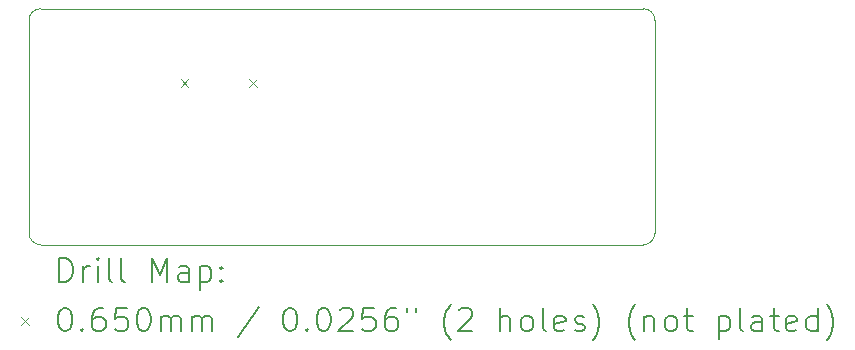
<source format=gbr>
%TF.GenerationSoftware,KiCad,Pcbnew,9.0.3*%
%TF.CreationDate,2025-08-21T23:57:35+02:00*%
%TF.ProjectId,20250807_updi,32303235-3038-4303-975f-757064692e6b,rev?*%
%TF.SameCoordinates,Original*%
%TF.FileFunction,Drillmap*%
%TF.FilePolarity,Positive*%
%FSLAX45Y45*%
G04 Gerber Fmt 4.5, Leading zero omitted, Abs format (unit mm)*
G04 Created by KiCad (PCBNEW 9.0.3) date 2025-08-21 23:57:35*
%MOMM*%
%LPD*%
G01*
G04 APERTURE LIST*
%ADD10C,0.050000*%
%ADD11C,0.200000*%
%ADD12C,0.100000*%
G04 APERTURE END LIST*
D10*
X19125000Y-10000000D02*
G75*
G02*
X19025000Y-9900000I0J100000D01*
G01*
X19025000Y-8100000D02*
X19025000Y-9900000D01*
X19025000Y-8100000D02*
G75*
G02*
X19125000Y-8000000I100000J0D01*
G01*
X24325000Y-8100000D02*
X24325000Y-9900000D01*
X24325000Y-9900000D02*
G75*
G02*
X24225000Y-10000000I-100000J0D01*
G01*
X19125000Y-10000000D02*
X24225000Y-10000000D01*
X19125000Y-8000000D02*
X24225000Y-8000000D01*
X24225000Y-8000000D02*
G75*
G02*
X24325000Y-8100000I0J-100000D01*
G01*
D11*
D12*
X20310500Y-8597500D02*
X20375500Y-8662500D01*
X20375500Y-8597500D02*
X20310500Y-8662500D01*
X20888500Y-8597500D02*
X20953500Y-8662500D01*
X20953500Y-8597500D02*
X20888500Y-8662500D01*
D11*
X19283277Y-10313984D02*
X19283277Y-10113984D01*
X19283277Y-10113984D02*
X19330896Y-10113984D01*
X19330896Y-10113984D02*
X19359467Y-10123508D01*
X19359467Y-10123508D02*
X19378515Y-10142555D01*
X19378515Y-10142555D02*
X19388039Y-10161603D01*
X19388039Y-10161603D02*
X19397563Y-10199698D01*
X19397563Y-10199698D02*
X19397563Y-10228270D01*
X19397563Y-10228270D02*
X19388039Y-10266365D01*
X19388039Y-10266365D02*
X19378515Y-10285412D01*
X19378515Y-10285412D02*
X19359467Y-10304460D01*
X19359467Y-10304460D02*
X19330896Y-10313984D01*
X19330896Y-10313984D02*
X19283277Y-10313984D01*
X19483277Y-10313984D02*
X19483277Y-10180650D01*
X19483277Y-10218746D02*
X19492801Y-10199698D01*
X19492801Y-10199698D02*
X19502324Y-10190174D01*
X19502324Y-10190174D02*
X19521372Y-10180650D01*
X19521372Y-10180650D02*
X19540420Y-10180650D01*
X19607086Y-10313984D02*
X19607086Y-10180650D01*
X19607086Y-10113984D02*
X19597563Y-10123508D01*
X19597563Y-10123508D02*
X19607086Y-10133031D01*
X19607086Y-10133031D02*
X19616610Y-10123508D01*
X19616610Y-10123508D02*
X19607086Y-10113984D01*
X19607086Y-10113984D02*
X19607086Y-10133031D01*
X19730896Y-10313984D02*
X19711848Y-10304460D01*
X19711848Y-10304460D02*
X19702324Y-10285412D01*
X19702324Y-10285412D02*
X19702324Y-10113984D01*
X19835658Y-10313984D02*
X19816610Y-10304460D01*
X19816610Y-10304460D02*
X19807086Y-10285412D01*
X19807086Y-10285412D02*
X19807086Y-10113984D01*
X20064229Y-10313984D02*
X20064229Y-10113984D01*
X20064229Y-10113984D02*
X20130896Y-10256841D01*
X20130896Y-10256841D02*
X20197563Y-10113984D01*
X20197563Y-10113984D02*
X20197563Y-10313984D01*
X20378515Y-10313984D02*
X20378515Y-10209222D01*
X20378515Y-10209222D02*
X20368991Y-10190174D01*
X20368991Y-10190174D02*
X20349944Y-10180650D01*
X20349944Y-10180650D02*
X20311848Y-10180650D01*
X20311848Y-10180650D02*
X20292801Y-10190174D01*
X20378515Y-10304460D02*
X20359467Y-10313984D01*
X20359467Y-10313984D02*
X20311848Y-10313984D01*
X20311848Y-10313984D02*
X20292801Y-10304460D01*
X20292801Y-10304460D02*
X20283277Y-10285412D01*
X20283277Y-10285412D02*
X20283277Y-10266365D01*
X20283277Y-10266365D02*
X20292801Y-10247317D01*
X20292801Y-10247317D02*
X20311848Y-10237793D01*
X20311848Y-10237793D02*
X20359467Y-10237793D01*
X20359467Y-10237793D02*
X20378515Y-10228270D01*
X20473753Y-10180650D02*
X20473753Y-10380650D01*
X20473753Y-10190174D02*
X20492801Y-10180650D01*
X20492801Y-10180650D02*
X20530896Y-10180650D01*
X20530896Y-10180650D02*
X20549944Y-10190174D01*
X20549944Y-10190174D02*
X20559467Y-10199698D01*
X20559467Y-10199698D02*
X20568991Y-10218746D01*
X20568991Y-10218746D02*
X20568991Y-10275889D01*
X20568991Y-10275889D02*
X20559467Y-10294936D01*
X20559467Y-10294936D02*
X20549944Y-10304460D01*
X20549944Y-10304460D02*
X20530896Y-10313984D01*
X20530896Y-10313984D02*
X20492801Y-10313984D01*
X20492801Y-10313984D02*
X20473753Y-10304460D01*
X20654705Y-10294936D02*
X20664229Y-10304460D01*
X20664229Y-10304460D02*
X20654705Y-10313984D01*
X20654705Y-10313984D02*
X20645182Y-10304460D01*
X20645182Y-10304460D02*
X20654705Y-10294936D01*
X20654705Y-10294936D02*
X20654705Y-10313984D01*
X20654705Y-10190174D02*
X20664229Y-10199698D01*
X20664229Y-10199698D02*
X20654705Y-10209222D01*
X20654705Y-10209222D02*
X20645182Y-10199698D01*
X20645182Y-10199698D02*
X20654705Y-10190174D01*
X20654705Y-10190174D02*
X20654705Y-10209222D01*
D12*
X18957500Y-10610000D02*
X19022500Y-10675000D01*
X19022500Y-10610000D02*
X18957500Y-10675000D01*
D11*
X19321372Y-10533984D02*
X19340420Y-10533984D01*
X19340420Y-10533984D02*
X19359467Y-10543508D01*
X19359467Y-10543508D02*
X19368991Y-10553031D01*
X19368991Y-10553031D02*
X19378515Y-10572079D01*
X19378515Y-10572079D02*
X19388039Y-10610174D01*
X19388039Y-10610174D02*
X19388039Y-10657793D01*
X19388039Y-10657793D02*
X19378515Y-10695889D01*
X19378515Y-10695889D02*
X19368991Y-10714936D01*
X19368991Y-10714936D02*
X19359467Y-10724460D01*
X19359467Y-10724460D02*
X19340420Y-10733984D01*
X19340420Y-10733984D02*
X19321372Y-10733984D01*
X19321372Y-10733984D02*
X19302324Y-10724460D01*
X19302324Y-10724460D02*
X19292801Y-10714936D01*
X19292801Y-10714936D02*
X19283277Y-10695889D01*
X19283277Y-10695889D02*
X19273753Y-10657793D01*
X19273753Y-10657793D02*
X19273753Y-10610174D01*
X19273753Y-10610174D02*
X19283277Y-10572079D01*
X19283277Y-10572079D02*
X19292801Y-10553031D01*
X19292801Y-10553031D02*
X19302324Y-10543508D01*
X19302324Y-10543508D02*
X19321372Y-10533984D01*
X19473753Y-10714936D02*
X19483277Y-10724460D01*
X19483277Y-10724460D02*
X19473753Y-10733984D01*
X19473753Y-10733984D02*
X19464229Y-10724460D01*
X19464229Y-10724460D02*
X19473753Y-10714936D01*
X19473753Y-10714936D02*
X19473753Y-10733984D01*
X19654705Y-10533984D02*
X19616610Y-10533984D01*
X19616610Y-10533984D02*
X19597563Y-10543508D01*
X19597563Y-10543508D02*
X19588039Y-10553031D01*
X19588039Y-10553031D02*
X19568991Y-10581603D01*
X19568991Y-10581603D02*
X19559467Y-10619698D01*
X19559467Y-10619698D02*
X19559467Y-10695889D01*
X19559467Y-10695889D02*
X19568991Y-10714936D01*
X19568991Y-10714936D02*
X19578515Y-10724460D01*
X19578515Y-10724460D02*
X19597563Y-10733984D01*
X19597563Y-10733984D02*
X19635658Y-10733984D01*
X19635658Y-10733984D02*
X19654705Y-10724460D01*
X19654705Y-10724460D02*
X19664229Y-10714936D01*
X19664229Y-10714936D02*
X19673753Y-10695889D01*
X19673753Y-10695889D02*
X19673753Y-10648270D01*
X19673753Y-10648270D02*
X19664229Y-10629222D01*
X19664229Y-10629222D02*
X19654705Y-10619698D01*
X19654705Y-10619698D02*
X19635658Y-10610174D01*
X19635658Y-10610174D02*
X19597563Y-10610174D01*
X19597563Y-10610174D02*
X19578515Y-10619698D01*
X19578515Y-10619698D02*
X19568991Y-10629222D01*
X19568991Y-10629222D02*
X19559467Y-10648270D01*
X19854705Y-10533984D02*
X19759467Y-10533984D01*
X19759467Y-10533984D02*
X19749944Y-10629222D01*
X19749944Y-10629222D02*
X19759467Y-10619698D01*
X19759467Y-10619698D02*
X19778515Y-10610174D01*
X19778515Y-10610174D02*
X19826134Y-10610174D01*
X19826134Y-10610174D02*
X19845182Y-10619698D01*
X19845182Y-10619698D02*
X19854705Y-10629222D01*
X19854705Y-10629222D02*
X19864229Y-10648270D01*
X19864229Y-10648270D02*
X19864229Y-10695889D01*
X19864229Y-10695889D02*
X19854705Y-10714936D01*
X19854705Y-10714936D02*
X19845182Y-10724460D01*
X19845182Y-10724460D02*
X19826134Y-10733984D01*
X19826134Y-10733984D02*
X19778515Y-10733984D01*
X19778515Y-10733984D02*
X19759467Y-10724460D01*
X19759467Y-10724460D02*
X19749944Y-10714936D01*
X19988039Y-10533984D02*
X20007086Y-10533984D01*
X20007086Y-10533984D02*
X20026134Y-10543508D01*
X20026134Y-10543508D02*
X20035658Y-10553031D01*
X20035658Y-10553031D02*
X20045182Y-10572079D01*
X20045182Y-10572079D02*
X20054705Y-10610174D01*
X20054705Y-10610174D02*
X20054705Y-10657793D01*
X20054705Y-10657793D02*
X20045182Y-10695889D01*
X20045182Y-10695889D02*
X20035658Y-10714936D01*
X20035658Y-10714936D02*
X20026134Y-10724460D01*
X20026134Y-10724460D02*
X20007086Y-10733984D01*
X20007086Y-10733984D02*
X19988039Y-10733984D01*
X19988039Y-10733984D02*
X19968991Y-10724460D01*
X19968991Y-10724460D02*
X19959467Y-10714936D01*
X19959467Y-10714936D02*
X19949944Y-10695889D01*
X19949944Y-10695889D02*
X19940420Y-10657793D01*
X19940420Y-10657793D02*
X19940420Y-10610174D01*
X19940420Y-10610174D02*
X19949944Y-10572079D01*
X19949944Y-10572079D02*
X19959467Y-10553031D01*
X19959467Y-10553031D02*
X19968991Y-10543508D01*
X19968991Y-10543508D02*
X19988039Y-10533984D01*
X20140420Y-10733984D02*
X20140420Y-10600650D01*
X20140420Y-10619698D02*
X20149944Y-10610174D01*
X20149944Y-10610174D02*
X20168991Y-10600650D01*
X20168991Y-10600650D02*
X20197563Y-10600650D01*
X20197563Y-10600650D02*
X20216610Y-10610174D01*
X20216610Y-10610174D02*
X20226134Y-10629222D01*
X20226134Y-10629222D02*
X20226134Y-10733984D01*
X20226134Y-10629222D02*
X20235658Y-10610174D01*
X20235658Y-10610174D02*
X20254705Y-10600650D01*
X20254705Y-10600650D02*
X20283277Y-10600650D01*
X20283277Y-10600650D02*
X20302325Y-10610174D01*
X20302325Y-10610174D02*
X20311848Y-10629222D01*
X20311848Y-10629222D02*
X20311848Y-10733984D01*
X20407086Y-10733984D02*
X20407086Y-10600650D01*
X20407086Y-10619698D02*
X20416610Y-10610174D01*
X20416610Y-10610174D02*
X20435658Y-10600650D01*
X20435658Y-10600650D02*
X20464229Y-10600650D01*
X20464229Y-10600650D02*
X20483277Y-10610174D01*
X20483277Y-10610174D02*
X20492801Y-10629222D01*
X20492801Y-10629222D02*
X20492801Y-10733984D01*
X20492801Y-10629222D02*
X20502325Y-10610174D01*
X20502325Y-10610174D02*
X20521372Y-10600650D01*
X20521372Y-10600650D02*
X20549944Y-10600650D01*
X20549944Y-10600650D02*
X20568991Y-10610174D01*
X20568991Y-10610174D02*
X20578515Y-10629222D01*
X20578515Y-10629222D02*
X20578515Y-10733984D01*
X20968991Y-10524460D02*
X20797563Y-10781603D01*
X21226134Y-10533984D02*
X21245182Y-10533984D01*
X21245182Y-10533984D02*
X21264229Y-10543508D01*
X21264229Y-10543508D02*
X21273753Y-10553031D01*
X21273753Y-10553031D02*
X21283277Y-10572079D01*
X21283277Y-10572079D02*
X21292801Y-10610174D01*
X21292801Y-10610174D02*
X21292801Y-10657793D01*
X21292801Y-10657793D02*
X21283277Y-10695889D01*
X21283277Y-10695889D02*
X21273753Y-10714936D01*
X21273753Y-10714936D02*
X21264229Y-10724460D01*
X21264229Y-10724460D02*
X21245182Y-10733984D01*
X21245182Y-10733984D02*
X21226134Y-10733984D01*
X21226134Y-10733984D02*
X21207087Y-10724460D01*
X21207087Y-10724460D02*
X21197563Y-10714936D01*
X21197563Y-10714936D02*
X21188039Y-10695889D01*
X21188039Y-10695889D02*
X21178515Y-10657793D01*
X21178515Y-10657793D02*
X21178515Y-10610174D01*
X21178515Y-10610174D02*
X21188039Y-10572079D01*
X21188039Y-10572079D02*
X21197563Y-10553031D01*
X21197563Y-10553031D02*
X21207087Y-10543508D01*
X21207087Y-10543508D02*
X21226134Y-10533984D01*
X21378515Y-10714936D02*
X21388039Y-10724460D01*
X21388039Y-10724460D02*
X21378515Y-10733984D01*
X21378515Y-10733984D02*
X21368991Y-10724460D01*
X21368991Y-10724460D02*
X21378515Y-10714936D01*
X21378515Y-10714936D02*
X21378515Y-10733984D01*
X21511848Y-10533984D02*
X21530896Y-10533984D01*
X21530896Y-10533984D02*
X21549944Y-10543508D01*
X21549944Y-10543508D02*
X21559468Y-10553031D01*
X21559468Y-10553031D02*
X21568991Y-10572079D01*
X21568991Y-10572079D02*
X21578515Y-10610174D01*
X21578515Y-10610174D02*
X21578515Y-10657793D01*
X21578515Y-10657793D02*
X21568991Y-10695889D01*
X21568991Y-10695889D02*
X21559468Y-10714936D01*
X21559468Y-10714936D02*
X21549944Y-10724460D01*
X21549944Y-10724460D02*
X21530896Y-10733984D01*
X21530896Y-10733984D02*
X21511848Y-10733984D01*
X21511848Y-10733984D02*
X21492801Y-10724460D01*
X21492801Y-10724460D02*
X21483277Y-10714936D01*
X21483277Y-10714936D02*
X21473753Y-10695889D01*
X21473753Y-10695889D02*
X21464229Y-10657793D01*
X21464229Y-10657793D02*
X21464229Y-10610174D01*
X21464229Y-10610174D02*
X21473753Y-10572079D01*
X21473753Y-10572079D02*
X21483277Y-10553031D01*
X21483277Y-10553031D02*
X21492801Y-10543508D01*
X21492801Y-10543508D02*
X21511848Y-10533984D01*
X21654706Y-10553031D02*
X21664229Y-10543508D01*
X21664229Y-10543508D02*
X21683277Y-10533984D01*
X21683277Y-10533984D02*
X21730896Y-10533984D01*
X21730896Y-10533984D02*
X21749944Y-10543508D01*
X21749944Y-10543508D02*
X21759468Y-10553031D01*
X21759468Y-10553031D02*
X21768991Y-10572079D01*
X21768991Y-10572079D02*
X21768991Y-10591127D01*
X21768991Y-10591127D02*
X21759468Y-10619698D01*
X21759468Y-10619698D02*
X21645182Y-10733984D01*
X21645182Y-10733984D02*
X21768991Y-10733984D01*
X21949944Y-10533984D02*
X21854706Y-10533984D01*
X21854706Y-10533984D02*
X21845182Y-10629222D01*
X21845182Y-10629222D02*
X21854706Y-10619698D01*
X21854706Y-10619698D02*
X21873753Y-10610174D01*
X21873753Y-10610174D02*
X21921372Y-10610174D01*
X21921372Y-10610174D02*
X21940420Y-10619698D01*
X21940420Y-10619698D02*
X21949944Y-10629222D01*
X21949944Y-10629222D02*
X21959468Y-10648270D01*
X21959468Y-10648270D02*
X21959468Y-10695889D01*
X21959468Y-10695889D02*
X21949944Y-10714936D01*
X21949944Y-10714936D02*
X21940420Y-10724460D01*
X21940420Y-10724460D02*
X21921372Y-10733984D01*
X21921372Y-10733984D02*
X21873753Y-10733984D01*
X21873753Y-10733984D02*
X21854706Y-10724460D01*
X21854706Y-10724460D02*
X21845182Y-10714936D01*
X22130896Y-10533984D02*
X22092801Y-10533984D01*
X22092801Y-10533984D02*
X22073753Y-10543508D01*
X22073753Y-10543508D02*
X22064229Y-10553031D01*
X22064229Y-10553031D02*
X22045182Y-10581603D01*
X22045182Y-10581603D02*
X22035658Y-10619698D01*
X22035658Y-10619698D02*
X22035658Y-10695889D01*
X22035658Y-10695889D02*
X22045182Y-10714936D01*
X22045182Y-10714936D02*
X22054706Y-10724460D01*
X22054706Y-10724460D02*
X22073753Y-10733984D01*
X22073753Y-10733984D02*
X22111849Y-10733984D01*
X22111849Y-10733984D02*
X22130896Y-10724460D01*
X22130896Y-10724460D02*
X22140420Y-10714936D01*
X22140420Y-10714936D02*
X22149944Y-10695889D01*
X22149944Y-10695889D02*
X22149944Y-10648270D01*
X22149944Y-10648270D02*
X22140420Y-10629222D01*
X22140420Y-10629222D02*
X22130896Y-10619698D01*
X22130896Y-10619698D02*
X22111849Y-10610174D01*
X22111849Y-10610174D02*
X22073753Y-10610174D01*
X22073753Y-10610174D02*
X22054706Y-10619698D01*
X22054706Y-10619698D02*
X22045182Y-10629222D01*
X22045182Y-10629222D02*
X22035658Y-10648270D01*
X22226134Y-10533984D02*
X22226134Y-10572079D01*
X22302325Y-10533984D02*
X22302325Y-10572079D01*
X22597563Y-10810174D02*
X22588039Y-10800650D01*
X22588039Y-10800650D02*
X22568991Y-10772079D01*
X22568991Y-10772079D02*
X22559468Y-10753031D01*
X22559468Y-10753031D02*
X22549944Y-10724460D01*
X22549944Y-10724460D02*
X22540420Y-10676841D01*
X22540420Y-10676841D02*
X22540420Y-10638746D01*
X22540420Y-10638746D02*
X22549944Y-10591127D01*
X22549944Y-10591127D02*
X22559468Y-10562555D01*
X22559468Y-10562555D02*
X22568991Y-10543508D01*
X22568991Y-10543508D02*
X22588039Y-10514936D01*
X22588039Y-10514936D02*
X22597563Y-10505412D01*
X22664229Y-10553031D02*
X22673753Y-10543508D01*
X22673753Y-10543508D02*
X22692801Y-10533984D01*
X22692801Y-10533984D02*
X22740420Y-10533984D01*
X22740420Y-10533984D02*
X22759468Y-10543508D01*
X22759468Y-10543508D02*
X22768991Y-10553031D01*
X22768991Y-10553031D02*
X22778515Y-10572079D01*
X22778515Y-10572079D02*
X22778515Y-10591127D01*
X22778515Y-10591127D02*
X22768991Y-10619698D01*
X22768991Y-10619698D02*
X22654706Y-10733984D01*
X22654706Y-10733984D02*
X22778515Y-10733984D01*
X23016610Y-10733984D02*
X23016610Y-10533984D01*
X23102325Y-10733984D02*
X23102325Y-10629222D01*
X23102325Y-10629222D02*
X23092801Y-10610174D01*
X23092801Y-10610174D02*
X23073753Y-10600650D01*
X23073753Y-10600650D02*
X23045182Y-10600650D01*
X23045182Y-10600650D02*
X23026134Y-10610174D01*
X23026134Y-10610174D02*
X23016610Y-10619698D01*
X23226134Y-10733984D02*
X23207087Y-10724460D01*
X23207087Y-10724460D02*
X23197563Y-10714936D01*
X23197563Y-10714936D02*
X23188039Y-10695889D01*
X23188039Y-10695889D02*
X23188039Y-10638746D01*
X23188039Y-10638746D02*
X23197563Y-10619698D01*
X23197563Y-10619698D02*
X23207087Y-10610174D01*
X23207087Y-10610174D02*
X23226134Y-10600650D01*
X23226134Y-10600650D02*
X23254706Y-10600650D01*
X23254706Y-10600650D02*
X23273753Y-10610174D01*
X23273753Y-10610174D02*
X23283277Y-10619698D01*
X23283277Y-10619698D02*
X23292801Y-10638746D01*
X23292801Y-10638746D02*
X23292801Y-10695889D01*
X23292801Y-10695889D02*
X23283277Y-10714936D01*
X23283277Y-10714936D02*
X23273753Y-10724460D01*
X23273753Y-10724460D02*
X23254706Y-10733984D01*
X23254706Y-10733984D02*
X23226134Y-10733984D01*
X23407087Y-10733984D02*
X23388039Y-10724460D01*
X23388039Y-10724460D02*
X23378515Y-10705412D01*
X23378515Y-10705412D02*
X23378515Y-10533984D01*
X23559468Y-10724460D02*
X23540420Y-10733984D01*
X23540420Y-10733984D02*
X23502325Y-10733984D01*
X23502325Y-10733984D02*
X23483277Y-10724460D01*
X23483277Y-10724460D02*
X23473753Y-10705412D01*
X23473753Y-10705412D02*
X23473753Y-10629222D01*
X23473753Y-10629222D02*
X23483277Y-10610174D01*
X23483277Y-10610174D02*
X23502325Y-10600650D01*
X23502325Y-10600650D02*
X23540420Y-10600650D01*
X23540420Y-10600650D02*
X23559468Y-10610174D01*
X23559468Y-10610174D02*
X23568991Y-10629222D01*
X23568991Y-10629222D02*
X23568991Y-10648270D01*
X23568991Y-10648270D02*
X23473753Y-10667317D01*
X23645182Y-10724460D02*
X23664230Y-10733984D01*
X23664230Y-10733984D02*
X23702325Y-10733984D01*
X23702325Y-10733984D02*
X23721372Y-10724460D01*
X23721372Y-10724460D02*
X23730896Y-10705412D01*
X23730896Y-10705412D02*
X23730896Y-10695889D01*
X23730896Y-10695889D02*
X23721372Y-10676841D01*
X23721372Y-10676841D02*
X23702325Y-10667317D01*
X23702325Y-10667317D02*
X23673753Y-10667317D01*
X23673753Y-10667317D02*
X23654706Y-10657793D01*
X23654706Y-10657793D02*
X23645182Y-10638746D01*
X23645182Y-10638746D02*
X23645182Y-10629222D01*
X23645182Y-10629222D02*
X23654706Y-10610174D01*
X23654706Y-10610174D02*
X23673753Y-10600650D01*
X23673753Y-10600650D02*
X23702325Y-10600650D01*
X23702325Y-10600650D02*
X23721372Y-10610174D01*
X23797563Y-10810174D02*
X23807087Y-10800650D01*
X23807087Y-10800650D02*
X23826134Y-10772079D01*
X23826134Y-10772079D02*
X23835658Y-10753031D01*
X23835658Y-10753031D02*
X23845182Y-10724460D01*
X23845182Y-10724460D02*
X23854706Y-10676841D01*
X23854706Y-10676841D02*
X23854706Y-10638746D01*
X23854706Y-10638746D02*
X23845182Y-10591127D01*
X23845182Y-10591127D02*
X23835658Y-10562555D01*
X23835658Y-10562555D02*
X23826134Y-10543508D01*
X23826134Y-10543508D02*
X23807087Y-10514936D01*
X23807087Y-10514936D02*
X23797563Y-10505412D01*
X24159468Y-10810174D02*
X24149944Y-10800650D01*
X24149944Y-10800650D02*
X24130896Y-10772079D01*
X24130896Y-10772079D02*
X24121372Y-10753031D01*
X24121372Y-10753031D02*
X24111849Y-10724460D01*
X24111849Y-10724460D02*
X24102325Y-10676841D01*
X24102325Y-10676841D02*
X24102325Y-10638746D01*
X24102325Y-10638746D02*
X24111849Y-10591127D01*
X24111849Y-10591127D02*
X24121372Y-10562555D01*
X24121372Y-10562555D02*
X24130896Y-10543508D01*
X24130896Y-10543508D02*
X24149944Y-10514936D01*
X24149944Y-10514936D02*
X24159468Y-10505412D01*
X24235658Y-10600650D02*
X24235658Y-10733984D01*
X24235658Y-10619698D02*
X24245182Y-10610174D01*
X24245182Y-10610174D02*
X24264230Y-10600650D01*
X24264230Y-10600650D02*
X24292801Y-10600650D01*
X24292801Y-10600650D02*
X24311849Y-10610174D01*
X24311849Y-10610174D02*
X24321372Y-10629222D01*
X24321372Y-10629222D02*
X24321372Y-10733984D01*
X24445182Y-10733984D02*
X24426134Y-10724460D01*
X24426134Y-10724460D02*
X24416611Y-10714936D01*
X24416611Y-10714936D02*
X24407087Y-10695889D01*
X24407087Y-10695889D02*
X24407087Y-10638746D01*
X24407087Y-10638746D02*
X24416611Y-10619698D01*
X24416611Y-10619698D02*
X24426134Y-10610174D01*
X24426134Y-10610174D02*
X24445182Y-10600650D01*
X24445182Y-10600650D02*
X24473753Y-10600650D01*
X24473753Y-10600650D02*
X24492801Y-10610174D01*
X24492801Y-10610174D02*
X24502325Y-10619698D01*
X24502325Y-10619698D02*
X24511849Y-10638746D01*
X24511849Y-10638746D02*
X24511849Y-10695889D01*
X24511849Y-10695889D02*
X24502325Y-10714936D01*
X24502325Y-10714936D02*
X24492801Y-10724460D01*
X24492801Y-10724460D02*
X24473753Y-10733984D01*
X24473753Y-10733984D02*
X24445182Y-10733984D01*
X24568992Y-10600650D02*
X24645182Y-10600650D01*
X24597563Y-10533984D02*
X24597563Y-10705412D01*
X24597563Y-10705412D02*
X24607087Y-10724460D01*
X24607087Y-10724460D02*
X24626134Y-10733984D01*
X24626134Y-10733984D02*
X24645182Y-10733984D01*
X24864230Y-10600650D02*
X24864230Y-10800650D01*
X24864230Y-10610174D02*
X24883277Y-10600650D01*
X24883277Y-10600650D02*
X24921373Y-10600650D01*
X24921373Y-10600650D02*
X24940420Y-10610174D01*
X24940420Y-10610174D02*
X24949944Y-10619698D01*
X24949944Y-10619698D02*
X24959468Y-10638746D01*
X24959468Y-10638746D02*
X24959468Y-10695889D01*
X24959468Y-10695889D02*
X24949944Y-10714936D01*
X24949944Y-10714936D02*
X24940420Y-10724460D01*
X24940420Y-10724460D02*
X24921373Y-10733984D01*
X24921373Y-10733984D02*
X24883277Y-10733984D01*
X24883277Y-10733984D02*
X24864230Y-10724460D01*
X25073753Y-10733984D02*
X25054706Y-10724460D01*
X25054706Y-10724460D02*
X25045182Y-10705412D01*
X25045182Y-10705412D02*
X25045182Y-10533984D01*
X25235658Y-10733984D02*
X25235658Y-10629222D01*
X25235658Y-10629222D02*
X25226134Y-10610174D01*
X25226134Y-10610174D02*
X25207087Y-10600650D01*
X25207087Y-10600650D02*
X25168992Y-10600650D01*
X25168992Y-10600650D02*
X25149944Y-10610174D01*
X25235658Y-10724460D02*
X25216611Y-10733984D01*
X25216611Y-10733984D02*
X25168992Y-10733984D01*
X25168992Y-10733984D02*
X25149944Y-10724460D01*
X25149944Y-10724460D02*
X25140420Y-10705412D01*
X25140420Y-10705412D02*
X25140420Y-10686365D01*
X25140420Y-10686365D02*
X25149944Y-10667317D01*
X25149944Y-10667317D02*
X25168992Y-10657793D01*
X25168992Y-10657793D02*
X25216611Y-10657793D01*
X25216611Y-10657793D02*
X25235658Y-10648270D01*
X25302325Y-10600650D02*
X25378515Y-10600650D01*
X25330896Y-10533984D02*
X25330896Y-10705412D01*
X25330896Y-10705412D02*
X25340420Y-10724460D01*
X25340420Y-10724460D02*
X25359468Y-10733984D01*
X25359468Y-10733984D02*
X25378515Y-10733984D01*
X25521373Y-10724460D02*
X25502325Y-10733984D01*
X25502325Y-10733984D02*
X25464230Y-10733984D01*
X25464230Y-10733984D02*
X25445182Y-10724460D01*
X25445182Y-10724460D02*
X25435658Y-10705412D01*
X25435658Y-10705412D02*
X25435658Y-10629222D01*
X25435658Y-10629222D02*
X25445182Y-10610174D01*
X25445182Y-10610174D02*
X25464230Y-10600650D01*
X25464230Y-10600650D02*
X25502325Y-10600650D01*
X25502325Y-10600650D02*
X25521373Y-10610174D01*
X25521373Y-10610174D02*
X25530896Y-10629222D01*
X25530896Y-10629222D02*
X25530896Y-10648270D01*
X25530896Y-10648270D02*
X25435658Y-10667317D01*
X25702325Y-10733984D02*
X25702325Y-10533984D01*
X25702325Y-10724460D02*
X25683277Y-10733984D01*
X25683277Y-10733984D02*
X25645182Y-10733984D01*
X25645182Y-10733984D02*
X25626134Y-10724460D01*
X25626134Y-10724460D02*
X25616611Y-10714936D01*
X25616611Y-10714936D02*
X25607087Y-10695889D01*
X25607087Y-10695889D02*
X25607087Y-10638746D01*
X25607087Y-10638746D02*
X25616611Y-10619698D01*
X25616611Y-10619698D02*
X25626134Y-10610174D01*
X25626134Y-10610174D02*
X25645182Y-10600650D01*
X25645182Y-10600650D02*
X25683277Y-10600650D01*
X25683277Y-10600650D02*
X25702325Y-10610174D01*
X25778515Y-10810174D02*
X25788039Y-10800650D01*
X25788039Y-10800650D02*
X25807087Y-10772079D01*
X25807087Y-10772079D02*
X25816611Y-10753031D01*
X25816611Y-10753031D02*
X25826134Y-10724460D01*
X25826134Y-10724460D02*
X25835658Y-10676841D01*
X25835658Y-10676841D02*
X25835658Y-10638746D01*
X25835658Y-10638746D02*
X25826134Y-10591127D01*
X25826134Y-10591127D02*
X25816611Y-10562555D01*
X25816611Y-10562555D02*
X25807087Y-10543508D01*
X25807087Y-10543508D02*
X25788039Y-10514936D01*
X25788039Y-10514936D02*
X25778515Y-10505412D01*
M02*

</source>
